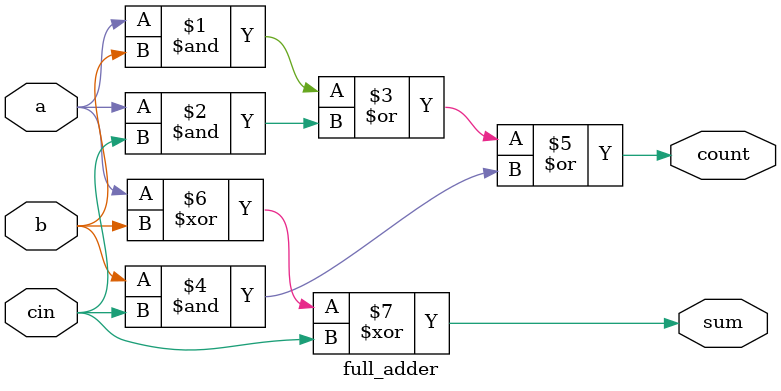
<source format=v>
module full_adder(a,b,cin,count,sum);

input a,b,cin;
output count,sum;

assign #1 count = ((a&b) | (a&cin) | (b&cin));
assign #1 sum = a^b^cin;

endmodule // full_adder1
</source>
